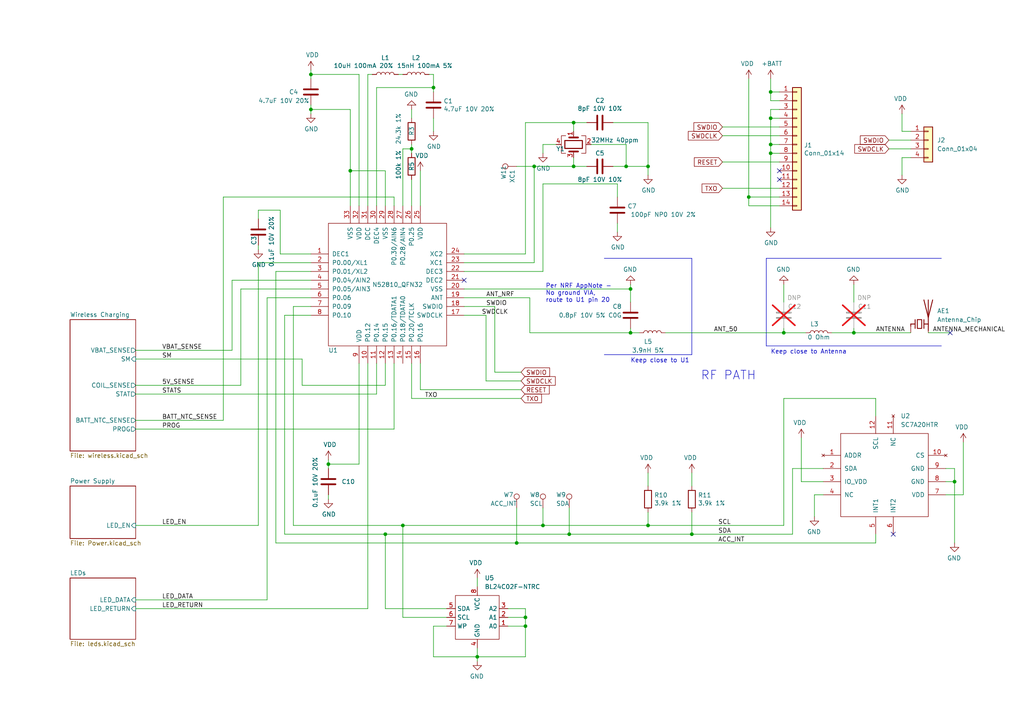
<source format=kicad_sch>
(kicad_sch (version 20250114) (generator "eeschema") (generator_version "9.0")
  (paper "A4")
  (title_block (title "Pixels D00 Schematic, Main") (date "2025-10-12") (rev "3") (company "Systemic Games, LLC") (comment 1 "Main MCU, Accelerometer and Radio"))
  (lib_symbols
    (symbol "Connector_Generic:Conn_01x04" (pin_names (offset 1.016) (hide yes))
      (property "Reference" "J" (at 0 5.08 0))
      (property "Value" "Conn_01x04" (at 0 -7.62 0))
      (symbol "Conn_01x04_1_1"
        (rectangle (start -1.27 3.81) (end 1.27 -6.35) (stroke (width 0.254)) (fill (type background)))
        (rectangle (start -1.27 2.667) (end 0 2.413) (stroke (width 0.1524)))
        (rectangle (start -1.27 0.127) (end 0 -0.127) (stroke (width 0.1524)))
        (rectangle (start -1.27 -2.413) (end 0 -2.667) (stroke (width 0.1524)))
        (rectangle (start -1.27 -4.953) (end 0 -5.207) (stroke (width 0.1524)))
        (pin passive line (at -5.08 2.54 0) (length 3.81) (name "Pin_1") (number "1"))
        (pin passive line (at -5.08 0 0) (length 3.81) (name "Pin_2") (number "2"))
        (pin passive line (at -5.08 -2.54 0) (length 3.81) (name "Pin_3") (number "3"))
        (pin passive line (at -5.08 -5.08 0) (length 3.81) (name "Pin_4") (number "4"))
      )
    )
    (symbol "Connector_Generic:Conn_01x14" (pin_names (offset 1.016) (hide yes))
      (property "Reference" "J" (at 0 17.78 0))
      (property "Value" "Conn_01x14" (at 0 -20.32 0))
      (symbol "Conn_01x14_1_1"
        (rectangle (start -1.27 16.51) (end 1.27 -19.05) (stroke (width 0.254)) (fill (type background)))
        (rectangle (start -1.27 15.367) (end 0 15.113) (stroke (width 0.1524)))
        (rectangle (start -1.27 12.827) (end 0 12.573) (stroke (width 0.1524)))
        (rectangle (start -1.27 10.287) (end 0 10.033) (stroke (width 0.1524)))
        (rectangle (start -1.27 7.747) (end 0 7.493) (stroke (width 0.1524)))
        (rectangle (start -1.27 5.207) (end 0 4.953) (stroke (width 0.1524)))
        (rectangle (start -1.27 2.667) (end 0 2.413) (stroke (width 0.1524)))
        (rectangle (start -1.27 0.127) (end 0 -0.127) (stroke (width 0.1524)))
        (rectangle (start -1.27 -2.413) (end 0 -2.667) (stroke (width 0.1524)))
        (rectangle (start -1.27 -4.953) (end 0 -5.207) (stroke (width 0.1524)))
        (rectangle (start -1.27 -7.493) (end 0 -7.747) (stroke (width 0.1524)))
        (rectangle (start -1.27 -10.033) (end 0 -10.287) (stroke (width 0.1524)))
        (rectangle (start -1.27 -12.573) (end 0 -12.827) (stroke (width 0.1524)))
        (rectangle (start -1.27 -15.113) (end 0 -15.367) (stroke (width 0.1524)))
        (rectangle (start -1.27 -17.653) (end 0 -17.907) (stroke (width 0.1524)))
        (pin passive line (at -5.08 15.24 0) (length 3.81) (name "Pin_1") (number "1"))
        (pin passive line (at -5.08 12.7 0) (length 3.81) (name "Pin_2") (number "2"))
        (pin passive line (at -5.08 10.16 0) (length 3.81) (name "Pin_3") (number "3"))
        (pin passive line (at -5.08 7.62 0) (length 3.81) (name "Pin_4") (number "4"))
        (pin passive line (at -5.08 5.08 0) (length 3.81) (name "Pin_5") (number "5"))
        (pin passive line (at -5.08 2.54 0) (length 3.81) (name "Pin_6") (number "6"))
        (pin passive line (at -5.08 0 0) (length 3.81) (name "Pin_7") (number "7"))
        (pin passive line (at -5.08 -2.54 0) (length 3.81) (name "Pin_8") (number "8"))
        (pin passive line (at -5.08 -5.08 0) (length 3.81) (name "Pin_9") (number "9"))
        (pin passive line (at -5.08 -7.62 0) (length 3.81) (name "Pin_10") (number "10"))
        (pin passive line (at -5.08 -10.16 0) (length 3.81) (name "Pin_11") (number "11"))
        (pin passive line (at -5.08 -12.7 0) (length 3.81) (name "Pin_12") (number "12"))
        (pin passive line (at -5.08 -15.24 0) (length 3.81) (name "Pin_13") (number "13"))
        (pin passive line (at -5.08 -17.78 0) (length 3.81) (name "Pin_14") (number "14"))
      )
    )
    (symbol "Device:Antenna_Chip" (pin_numbers (hide yes)) (pin_names (offset 1.016) (hide yes))
      (property "Reference" "AE" (at 0 5.08 0))
      (property "Value" "Antenna_Chip" (at 0 3.175 0))
      (symbol "Antenna_Chip_0_1"
        (polyline (pts (xy -2.54 0) (xy -2.54 -0.635)) (stroke (width 0.254)))
        (polyline (pts (xy -2.54 0) (xy -1.27 0)) (stroke (width 0.254)))
        (polyline (pts (xy -1.27 1.27) (xy -1.27 -1.27) (xy -1.27 0)) (stroke (width 0.254)))
        (polyline (pts (xy -0.635 1.27) (xy 0.635 1.27) (xy 0.635 -1.27) (xy -0.635 -1.27) (xy -0.635 1.27)) (stroke (width 0.254)))
        (polyline (pts (xy 1.27 1.27) (xy 1.27 -1.27)) (stroke (width 0.254)))
        (polyline (pts (xy 1.27 0) (xy 2.54 0)) (stroke (width 0.254)))
        (polyline (pts (xy 2.54 6.985) (xy 2.54 -1.905)) (stroke (width 0.254)))
        (polyline (pts (xy 2.54 -0.635) (xy 2.54 0)))
        (polyline (pts (xy 3.81 6.985) (xy 2.54 1.905) (xy 1.27 6.985)) (stroke (width 0.254)))
      )
      (symbol "Antenna_Chip_1_1"
        (pin input line (at -2.54 -2.54 90) (length 2.54) (name "FEED") (number "1"))
        (pin passive line (at 2.54 -2.54 90) (length 2.54) (name "PCB_Trace") (number "2"))
      )
    )
    (symbol "Device:C" (pin_numbers (hide yes)) (pin_names (offset 0.254))
      (property "Reference" "C" (at 0.635 2.54 0))
      (property "Value" "C" (at 0.635 -2.54 0))
      (symbol "C_0_1"
        (polyline (pts (xy -2.032 0.762) (xy 2.032 0.762)) (stroke (width 0.508)))
        (polyline (pts (xy -2.032 -0.762) (xy 2.032 -0.762)) (stroke (width 0.508)))
      )
      (symbol "C_1_1"
        (pin passive line (at 0 3.81 270) (length 2.794) (name "~") (number "1"))
        (pin passive line (at 0 -3.81 90) (length 2.794) (name "~") (number "2"))
      )
    )
    (symbol "Device:Crystal_GND24" (pin_names (offset 1.016) (hide yes))
      (property "Reference" "Y" (at 3.175 5.08 0))
      (property "Value" "Crystal_GND24" (at 3.175 3.175 0))
      (symbol "Crystal_GND24_0_1"
        (polyline (pts (xy -2.54 2.286) (xy -2.54 3.556) (xy 2.54 3.556) (xy 2.54 2.286)))
        (polyline (pts (xy -2.54 0) (xy -2.032 0)))
        (polyline (pts (xy -2.54 -2.286) (xy -2.54 -3.556) (xy 2.54 -3.556) (xy 2.54 -2.286)))
        (polyline (pts (xy -2.032 -1.27) (xy -2.032 1.27)) (stroke (width 0.508)))
        (rectangle (start -1.143 2.54) (end 1.143 -2.54) (stroke (width 0.3048)))
        (polyline (pts (xy 0 3.556) (xy 0 3.81)))
        (polyline (pts (xy 0 -3.81) (xy 0 -3.556)))
        (polyline (pts (xy 2.032 0) (xy 2.54 0)))
        (polyline (pts (xy 2.032 -1.27) (xy 2.032 1.27)) (stroke (width 0.508)))
      )
      (symbol "Crystal_GND24_1_1"
        (pin passive line (at -3.81 0 0) (length 1.27) (name "1") (number "1"))
        (pin passive line (at 0 5.08 270) (length 1.27) (name "2") (number "2"))
        (pin passive line (at 0 -5.08 90) (length 1.27) (name "4") (number "4"))
        (pin passive line (at 3.81 0 180) (length 1.27) (name "3") (number "3"))
      )
    )
    (symbol "Device:L" (pin_numbers (hide yes)) (pin_names (offset 1.016) (hide yes))
      (property "Reference" "L" (at -1.27 0 90))
      (property "Value" "L" (at 1.905 0 90))
      (symbol "L_0_1"
        (arc (start 0 2.54) (mid 0.6323 1.905) (end 0 1.27))
        (arc (start 0 1.27) (mid 0.6323 0.635) (end 0 0))
        (arc (start 0 0) (mid 0.6323 -0.635) (end 0 -1.27))
        (arc (start 0 -1.27) (mid 0.6323 -1.905) (end 0 -2.54))
      )
      (symbol "L_1_1"
        (pin passive line (at 0 3.81 270) (length 1.27) (name "1") (number "1"))
        (pin passive line (at 0 -3.81 90) (length 1.27) (name "2") (number "2"))
      )
    )
    (symbol "Device:R" (pin_numbers (hide yes)) (pin_names (offset 0))
      (property "Reference" "R" (at 2.032 0 90))
      (property "Value" "R" (at 0 0 90))
      (symbol "R_0_1"
        (rectangle (start -1.016 -2.54) (end 1.016 2.54) (stroke (width 0.254)))
      )
      (symbol "R_1_1"
        (pin passive line (at 0 3.81 270) (length 1.27) (name "~") (number "1"))
        (pin passive line (at 0 -3.81 90) (length 1.27) (name "~") (number "2"))
      )
    )
    (symbol "Pixels-dice:BL24C02F-NTRC"
      (property "Reference" "U" (at 2.286 -11.176 0))
      (property "Value" "BL24C02F-NTRC" (at 9.398 -9.144 0))
      (symbol "BL24C02F-NTRC_0_1"
        (rectangle (start -6.35 6.35) (end 6.35 -6.35))
      )
      (symbol "BL24C02F-NTRC_1_1"
        (pin bidirectional line (at -8.89 2.54 0) (length 2.54) (name "SDA") (number "5"))
        (pin input line (at -8.89 0 0) (length 2.54) (name "SCL") (number "6"))
        (pin input line (at -8.89 -2.54 0) (length 2.54) (name "WP") (number "7"))
        (pin power_in line (at 0 8.89 270) (length 2.54) (name "VCC") (number "8"))
        (pin power_in line (at 0 -8.89 90) (length 2.54) (name "GND") (number "4"))
        (pin input line (at 8.89 2.54 180) (length 2.54) (name "A2") (number "3"))
        (pin input line (at 8.89 0 180) (length 2.54) (name "A1") (number "2"))
        (pin input line (at 8.89 -2.54 180) (length 2.54) (name "A0") (number "1"))
      )
    )
    (symbol "Pixels-dice:N52810_QFN32" (pin_names (offset 1.016))
      (property "Reference" "U" (at 13.97 -19.05 0))
      (property "Value" "N52810_QFN32" (at 2.54 0 0))
      (symbol "N52810_QFN32_0_1"
        (rectangle (start -17.78 17.78) (end 16.51 -17.78))
      )
      (symbol "N52810_QFN32_1_1"
        (pin power_out line (at -22.86 8.89 0) (length 5.08) (name "DEC1") (number "1"))
        (pin bidirectional line (at -22.86 6.35 0) (length 5.08) (name "P0.00/XL1") (number "2"))
        (pin bidirectional line (at -22.86 3.81 0) (length 5.08) (name "P0.01/XL2") (number "3"))
        (pin bidirectional line (at -22.86 1.27 0) (length 5.08) (name "P0.04/AIN2") (number "4"))
        (pin bidirectional line (at -22.86 -1.27 0) (length 5.08) (name "P0.05/AIN3") (number "5"))
        (pin bidirectional line (at -22.86 -3.81 0) (length 5.08) (name "P0.06") (number "6"))
        (pin bidirectional line (at -22.86 -6.35 0) (length 5.08) (name "P0.09") (number "7"))
        (pin bidirectional line (at -22.86 -8.89 0) (length 5.08) (name "P0.10") (number "8"))
        (pin power_in line (at -11.43 22.86 270) (length 5.08) (name "VSS") (number "33"))
        (pin power_in line (at -8.89 22.86 270) (length 5.08) (name "VDD") (number "32"))
        (pin power_in line (at -8.89 -22.86 90) (length 5.08) (name "VDD") (number "9"))
        (pin output line (at -6.35 22.86 270) (length 5.08) (name "DCC") (number "31"))
        (pin bidirectional line (at -6.35 -22.86 90) (length 5.08) (name "P0.12") (number "10"))
        (pin output line (at -3.81 22.86 270) (length 5.08) (name "DEC4") (number "30"))
        (pin bidirectional line (at -3.81 -22.86 90) (length 5.08) (name "P0.14") (number "11"))
        (pin power_in line (at -1.27 22.86 270) (length 5.08) (name "VSS") (number "29"))
        (pin bidirectional line (at -1.27 -22.86 90) (length 5.08) (name "P0.15") (number "12"))
        (pin bidirectional line (at 1.27 22.86 270) (length 5.08) (name "P0.30/AIN6") (number "28"))
        (pin bidirectional line (at 1.27 -22.86 90) (length 5.08) (name "P0.16/TDATA1") (number "13"))
        (pin bidirectional line (at 3.81 22.86 270) (length 5.08) (name "P0.28/AIN4") (number "27"))
        (pin bidirectional line (at 3.81 -22.86 90) (length 5.08) (name "P0.18/TDATA0") (number "14"))
        (pin bidirectional line (at 6.35 22.86 270) (length 5.08) (name "P0.25") (number "26"))
        (pin bidirectional line (at 6.35 -22.86 90) (length 5.08) (name "P0.20/TCLK") (number "15"))
        (pin power_in line (at 8.89 22.86 270) (length 5.08) (name "VDD") (number "25"))
        (pin bidirectional line (at 8.89 -22.86 90) (length 5.08) (name "P0.16") (number "16"))
        (pin input line (at 21.59 8.89 180) (length 5.08) (name "XC2") (number "24"))
        (pin output line (at 21.59 6.35 180) (length 5.08) (name "XC1") (number "23"))
        (pin output line (at 21.59 3.81 180) (length 5.08) (name "DEC3") (number "22"))
        (pin output line (at 21.59 1.27 180) (length 5.08) (name "DEC2") (number "21"))
        (pin output line (at 21.59 -1.27 180) (length 5.08) (name "VSS") (number "20"))
        (pin output line (at 21.59 -3.81 180) (length 5.08) (name "ANT") (number "19"))
        (pin bidirectional line (at 21.59 -6.35 180) (length 5.08) (name "SWDIO") (number "18"))
        (pin bidirectional line (at 21.59 -8.89 180) (length 5.08) (name "SWDCLK") (number "17"))
      )
    )
    (symbol "Pixels-dice:SC7A20HTR" (pin_names (offset 1.016))
      (property "Reference" "U" (at 10.16 -12.7 0))
      (property "Value" "SC7A20HTR" (at 8.89 13.97 0))
      (symbol "SC7A20HTR_0_1"
        (rectangle (start -12.7 12.7) (end 12.7 -11.43))
      )
      (symbol "SC7A20HTR_1_1"
        (pin no_connect line (at -17.78 6.35 0) (length 5.08) (name "ADDR") (number "1"))
        (pin bidirectional line (at -17.78 2.54 0) (length 5.08) (name "SDA") (number "2"))
        (pin power_in line (at -17.78 -1.27 0) (length 5.08) (name "IO_VDD") (number "3"))
        (pin input line (at -17.78 -5.08 0) (length 5.08) (name "NC") (number "4"))
        (pin input line (at -2.54 17.78 270) (length 5.08) (name "SCL") (number "12"))
        (pin output line (at -2.54 -16.51 90) (length 5.08) (name "INT1") (number "5"))
        (pin no_connect line (at 2.54 17.78 270) (length 5.08) (name "NC") (number "11"))
        (pin output line (at 2.54 -16.51 90) (length 5.08) (name "INT2") (number "6"))
        (pin no_connect line (at 17.78 6.35 180) (length 5.08) (name "CS") (number "10"))
        (pin power_in line (at 17.78 2.54 180) (length 5.08) (name "GND") (number "9"))
        (pin power_in line (at 17.78 -1.27 180) (length 5.08) (name "GND") (number "8"))
        (pin power_in line (at 17.78 -5.08 180) (length 5.08) (name "VDD") (number "7"))
      )
    )
    (symbol "Pixels-dice:TEST_1P-conn" (pin_numbers (hide yes)) (pin_names (offset 0.762) (hide yes))
      (property "Reference" "W" (at 0 6.858 0))
      (property "Value" "TEST_1P-conn" (at 0 5.08 0))
      (symbol "TEST_1P-conn_0_1"
        (circle (center 0 3.302) (radius 0.762))
      )
      (symbol "TEST_1P-conn_1_1"
        (pin passive line (at 0 0 90) (length 2.54) (name "1") (number "1"))
      )
    )
    (symbol "power:+BATT" (power) (pin_names (offset 0))
      (property "Value" "+BATT" (at 0 3.556 0))
      (symbol "+BATT_0_1"
        (polyline (pts (xy -0.762 1.27) (xy 0 2.54)))
        (polyline (pts (xy 0 2.54) (xy 0.762 1.27)))
        (polyline (pts (xy 0 0) (xy 0 2.54)))
      )
      (symbol "+BATT_1_1"
        (pin power_in line (at 0 0 90) (length 0) (hide yes) (name "+BATT") (number "1"))
      )
    )
    (symbol "power:GND" (power) (pin_names (offset 0))
      (property "Value" "GND" (at 0 -3.81 0))
      (symbol "GND_0_1"
        (polyline (pts (xy 0 0) (xy 0 -1.27) (xy 1.27 -1.27) (xy 0 -2.54) (xy -1.27 -1.27) (xy 0 -1.27)))
      )
      (symbol "GND_1_1"
        (pin power_in line (at 0 0 270) (length 0) (hide yes) (name "GND") (number "1"))
      )
    )
    (symbol "power:VDD" (power) (pin_names (offset 0))
      (property "Value" "VDD" (at 0 3.81 0))
      (symbol "VDD_0_1"
        (polyline (pts (xy -0.762 1.27) (xy 0 2.54)))
        (polyline (pts (xy 0 2.54) (xy 0.762 1.27)))
        (polyline (pts (xy 0 0) (xy 0 2.54)))
      )
      (symbol "VDD_1_1"
        (pin power_in line (at 0 0 90) (length 0) (hide yes) (name "VDD") (number "1"))
      )
    )
  )
  (text "Per NRF AppNote -\nNo ground VIA,\nroute to U1 pin 20" (at 158.242 87.884 0) (effects (font (size 1.27 1.27)) (justify left bottom)))
  (text "RF PATH" (at 203.2 110.49 0) (effects (font (size 2.54 2.54)) (justify left bottom)))
  (text "Keep close to Antenna" (at 223.52 102.87 0) (effects (font (size 1.27 1.27)) (justify left bottom)))
  (text "Keep close to U1" (at 182.88 105.41 0) (effects (font (size 1.27 1.27)) (justify left bottom)))
  (junction (at 138.43 190.5))
  (junction (at 101.6 49.53))
  (junction (at 119.38 43.18))
  (junction (at 181.61 48.26))
  (junction (at 116.84 152.4))
  (junction (at 111.76 154.94))
  (junction (at 187.96 152.4))
  (junction (at 166.37 48.26))
  (junction (at 223.52 41.91))
  (junction (at 149.86 157.48))
  (junction (at 223.52 26.67))
  (junction (at 165.1 154.94))
  (junction (at 200.66 154.94))
  (junction (at 182.88 96.52))
  (junction (at 227.33 96.52))
  (junction (at 125.73 25.4))
  (junction (at 182.88 83.82))
  (junction (at 152.4 181.61))
  (junction (at 90.17 21.59))
  (junction (at 223.52 34.29))
  (junction (at 95.25 134.62))
  (junction (at 247.65 96.52))
  (junction (at 187.96 48.26))
  (junction (at 217.17 57.15))
  (junction (at 157.48 152.4))
  (junction (at 90.17 31.75))
  (junction (at 152.4 179.07))
  (junction (at 223.52 44.45))
  (junction (at 276.86 139.7))
  (junction (at 154.94 48.26))
  (junction (at 166.37 35.56))
  (no_connect (at 275.59 96.52))
  (no_connect (at 226.06 49.53))
  (no_connect (at 259.08 154.94))
  (no_connect (at 226.06 52.07))
  (no_connect (at 134.62 81.28))
  (wire (pts (xy 101.6 31.75) (xy 90.17 31.75)))
  (wire (pts (xy 101.6 59.69) (xy 101.6 49.53)))
  (wire (pts (xy 125.73 190.5) (xy 138.43 190.5)))
  (wire (pts (xy 209.55 46.99) (xy 226.06 46.99)))
  (wire (pts (xy 149.86 147.32) (xy 149.86 157.48)))
  (wire (pts (xy 181.61 41.91) (xy 181.61 48.26)))
  (wire (pts (xy 149.86 48.26) (xy 154.94 48.26)))
  (wire (pts (xy 154.94 76.2) (xy 154.94 48.26)))
  (wire (pts (xy 90.17 20.32) (xy 90.17 21.59)))
  (wire (pts (xy 152.4 181.61) (xy 152.4 190.5)))
  (wire (pts (xy 177.8 48.26) (xy 181.61 48.26)))
  (wire (pts (xy 140.97 110.49) (xy 151.13 110.49)))
  (wire (pts (xy 223.52 22.86) (xy 223.52 26.67)))
  (wire (pts (xy 39.37 104.14) (xy 87.63 104.14)))
  (wire (pts (xy 223.52 31.75) (xy 223.52 34.29)))
  (polyline (pts (xy 222.25 74.93) (xy 222.25 100.33)))
  (wire (pts (xy 134.62 73.66) (xy 152.4 73.66)))
  (wire (pts (xy 187.96 35.56) (xy 187.96 48.26)))
  (wire (pts (xy 39.37 173.99) (xy 77.47 173.99)))
  (wire (pts (xy 166.37 35.56) (xy 170.18 35.56)))
  (wire (pts (xy 119.38 43.18) (xy 119.38 44.45)))
  (wire (pts (xy 217.17 57.15) (xy 217.17 59.69)))
  (wire (pts (xy 82.55 154.94) (xy 111.76 154.94)))
  (wire (pts (xy 226.06 57.15) (xy 217.17 57.15)))
  (wire (pts (xy 39.37 114.3) (xy 109.22 114.3)))
  (polyline (pts (xy 222.25 100.33) (xy 273.05 100.33)))
  (wire (pts (xy 134.62 86.36) (xy 153.67 86.36)))
  (wire (pts (xy 152.4 179.07) (xy 152.4 181.61)))
  (wire (pts (xy 116.84 152.4) (xy 116.84 179.07)))
  (wire (pts (xy 223.52 26.67) (xy 223.52 29.21)))
  (wire (pts (xy 223.52 26.67) (xy 226.06 26.67)))
  (wire (pts (xy 226.06 44.45) (xy 223.52 44.45)))
  (wire (pts (xy 125.73 34.29) (xy 125.73 38.1)))
  (wire (pts (xy 39.37 111.76) (xy 69.85 111.76)))
  (wire (pts (xy 107.95 21.59) (xy 106.68 21.59)))
  (wire (pts (xy 95.25 134.62) (xy 95.25 135.89)))
  (wire (pts (xy 182.88 95.25) (xy 182.88 96.52)))
  (wire (pts (xy 134.62 83.82) (xy 182.88 83.82)))
  (wire (pts (xy 95.25 134.62) (xy 104.14 134.62)))
  (wire (pts (xy 149.86 157.48) (xy 254 157.48)))
  (wire (pts (xy 121.92 113.03) (xy 151.13 113.03)))
  (wire (pts (xy 119.38 31.75) (xy 119.38 34.29)))
  (wire (pts (xy 152.4 73.66) (xy 152.4 35.56)))
  (wire (pts (xy 111.76 111.76) (xy 111.76 105.41)))
  (wire (pts (xy 134.62 88.9) (xy 143.51 88.9)))
  (wire (pts (xy 226.06 34.29) (xy 223.52 34.29)))
  (wire (pts (xy 153.67 96.52) (xy 182.88 96.52)))
  (wire (pts (xy 254 115.57) (xy 227.33 115.57)))
  (wire (pts (xy 209.55 54.61) (xy 226.06 54.61)))
  (wire (pts (xy 95.25 134.62) (xy 95.25 133.35)))
  (wire (pts (xy 143.51 107.95) (xy 151.13 107.95)))
  (wire (pts (xy 254 120.65) (xy 254 115.57)))
  (wire (pts (xy 147.32 176.53) (xy 152.4 176.53)))
  (wire (pts (xy 161.29 41.91) (xy 157.48 41.91)))
  (wire (pts (xy 257.81 43.18) (xy 264.16 43.18)))
  (wire (pts (xy 90.17 21.59) (xy 90.17 22.86)))
  (wire (pts (xy 67.31 81.28) (xy 67.31 101.6)))
  (wire (pts (xy 236.22 143.51) (xy 236.22 149.86)))
  (wire (pts (xy 121.92 49.53) (xy 121.92 59.69)))
  (wire (pts (xy 125.73 25.4) (xy 125.73 26.67)))
  (wire (pts (xy 274.32 139.7) (xy 276.86 139.7)))
  (wire (pts (xy 209.55 39.37) (xy 226.06 39.37)))
  (wire (pts (xy 152.4 190.5) (xy 138.43 190.5)))
  (wire (pts (xy 125.73 181.61) (xy 125.73 190.5)))
  (wire (pts (xy 124.46 21.59) (xy 125.73 21.59)))
  (wire (pts (xy 125.73 25.4) (xy 109.22 25.4)))
  (wire (pts (xy 165.1 154.94) (xy 200.66 154.94)))
  (wire (pts (xy 106.68 176.53) (xy 106.68 105.41)))
  (wire (pts (xy 116.84 43.18) (xy 119.38 43.18)))
  (wire (pts (xy 193.04 96.52) (xy 227.33 96.52)))
  (wire (pts (xy 177.8 35.56) (xy 187.96 35.56)))
  (wire (pts (xy 200.66 148.59) (xy 200.66 154.94)))
  (wire (pts (xy 39.37 124.46) (xy 114.3 124.46)))
  (polyline (pts (xy 175.26 102.87) (xy 200.66 102.87)))
  (wire (pts (xy 134.62 78.74) (xy 157.48 78.74)))
  (wire (pts (xy 152.4 176.53) (xy 152.4 179.07)))
  (wire (pts (xy 279.4 143.51) (xy 274.32 143.51)))
  (wire (pts (xy 154.94 48.26) (xy 166.37 48.26)))
  (wire (pts (xy 247.65 82.55) (xy 247.65 87.63)))
  (wire (pts (xy 116.84 59.69) (xy 116.84 43.18)))
  (wire (pts (xy 187.96 148.59) (xy 187.96 152.4)))
  (wire (pts (xy 109.22 105.41) (xy 109.22 114.3)))
  (wire (pts (xy 147.32 181.61) (xy 152.4 181.61)))
  (wire (pts (xy 209.55 36.83) (xy 226.06 36.83)))
  (wire (pts (xy 227.33 96.52) (xy 233.68 96.52)))
  (wire (pts (xy 238.76 135.89) (xy 229.87 135.89)))
  (wire (pts (xy 254 154.94) (xy 254 157.48)))
  (wire (pts (xy 138.43 167.64) (xy 138.43 170.18)))
  (polyline (pts (xy 200.66 74.93) (xy 200.66 102.87)))
  (wire (pts (xy 119.38 105.41) (xy 119.38 115.57)))
  (wire (pts (xy 166.37 48.26) (xy 170.18 48.26)))
  (wire (pts (xy 182.88 82.55) (xy 182.88 83.82)))
  (wire (pts (xy 179.07 53.34) (xy 179.07 57.15)))
  (wire (pts (xy 261.62 33.02) (xy 261.62 38.1)))
  (wire (pts (xy 95.25 143.51) (xy 95.25 144.78)))
  (wire (pts (xy 90.17 31.75) (xy 90.17 33.02)))
  (wire (pts (xy 69.85 83.82) (xy 90.17 83.82)))
  (wire (pts (xy 200.66 137.16) (xy 200.66 140.97)))
  (wire (pts (xy 157.48 152.4) (xy 187.96 152.4)))
  (wire (pts (xy 138.43 190.5) (xy 138.43 191.77)))
  (wire (pts (xy 134.62 76.2) (xy 154.94 76.2)))
  (wire (pts (xy 64.77 57.15) (xy 64.77 121.92)))
  (wire (pts (xy 152.4 35.56) (xy 166.37 35.56)))
  (wire (pts (xy 69.85 83.82) (xy 69.85 111.76)))
  (wire (pts (xy 90.17 76.2) (xy 74.93 76.2)))
  (wire (pts (xy 39.37 121.92) (xy 64.77 121.92)))
  (wire (pts (xy 87.63 104.14) (xy 87.63 111.76)))
  (wire (pts (xy 119.38 41.91) (xy 119.38 43.18)))
  (wire (pts (xy 125.73 21.59) (xy 125.73 25.4)))
  (wire (pts (xy 200.66 154.94) (xy 229.87 154.94)))
  (wire (pts (xy 241.3 96.52) (xy 247.65 96.52)))
  (wire (pts (xy 238.76 143.51) (xy 236.22 143.51)))
  (wire (pts (xy 217.17 22.86) (xy 217.17 57.15)))
  (wire (pts (xy 80.01 78.74) (xy 80.01 157.48)))
  (wire (pts (xy 238.76 139.7) (xy 232.41 139.7)))
  (wire (pts (xy 87.63 111.76) (xy 111.76 111.76)))
  (wire (pts (xy 77.47 86.36) (xy 77.47 173.99)))
  (wire (pts (xy 85.09 88.9) (xy 85.09 152.4)))
  (wire (pts (xy 276.86 139.7) (xy 276.86 157.48)))
  (wire (pts (xy 90.17 73.66) (xy 81.28 73.66)))
  (wire (pts (xy 227.33 82.55) (xy 227.33 87.63)))
  (wire (pts (xy 232.41 127) (xy 232.41 139.7)))
  (wire (pts (xy 104.14 21.59) (xy 90.17 21.59)))
  (wire (pts (xy 261.62 38.1) (xy 264.16 38.1)))
  (wire (pts (xy 140.97 91.44) (xy 140.97 110.49)))
  (wire (pts (xy 101.6 49.53) (xy 101.6 31.75)))
  (wire (pts (xy 223.52 44.45) (xy 223.52 66.04)))
  (wire (pts (xy 171.45 41.91) (xy 181.61 41.91)))
  (polyline (pts (xy 175.26 74.93) (xy 200.66 74.93)))
  (wire (pts (xy 229.87 135.89) (xy 229.87 154.94)))
  (wire (pts (xy 276.86 135.89) (xy 276.86 139.7)))
  (wire (pts (xy 111.76 154.94) (xy 111.76 176.53)))
  (wire (pts (xy 226.06 41.91) (xy 223.52 41.91)))
  (wire (pts (xy 121.92 113.03) (xy 121.92 105.41)))
  (wire (pts (xy 153.67 86.36) (xy 153.67 96.52)))
  (polyline (pts (xy 222.25 74.93) (xy 273.05 74.93)))
  (wire (pts (xy 134.62 91.44) (xy 140.97 91.44)))
  (wire (pts (xy 165.1 147.32) (xy 165.1 154.94)))
  (wire (pts (xy 67.31 81.28) (xy 90.17 81.28)))
  (wire (pts (xy 274.32 135.89) (xy 276.86 135.89)))
  (wire (pts (xy 74.93 71.12) (xy 74.93 72.39)))
  (wire (pts (xy 111.76 176.53) (xy 129.54 176.53)))
  (wire (pts (xy 111.76 59.69) (xy 111.76 49.53)))
  (wire (pts (xy 106.68 21.59) (xy 106.68 59.69)))
  (wire (pts (xy 85.09 88.9) (xy 90.17 88.9)))
  (wire (pts (xy 111.76 49.53) (xy 101.6 49.53)))
  (wire (pts (xy 223.52 41.91) (xy 223.52 44.45)))
  (wire (pts (xy 114.3 57.15) (xy 114.3 59.69)))
  (wire (pts (xy 138.43 187.96) (xy 138.43 190.5)))
  (wire (pts (xy 119.38 115.57) (xy 151.13 115.57)))
  (wire (pts (xy 157.48 147.32) (xy 157.48 152.4)))
  (wire (pts (xy 81.28 60.96) (xy 74.93 60.96)))
  (wire (pts (xy 39.37 176.53) (xy 106.68 176.53)))
  (wire (pts (xy 116.84 152.4) (xy 157.48 152.4)))
  (wire (pts (xy 187.96 137.16) (xy 187.96 140.97)))
  (wire (pts (xy 261.62 45.72) (xy 261.62 50.8)))
  (wire (pts (xy 143.51 88.9) (xy 143.51 107.95)))
  (wire (pts (xy 80.01 78.74) (xy 90.17 78.74)))
  (wire (pts (xy 129.54 179.07) (xy 116.84 179.07)))
  (wire (pts (xy 90.17 30.48) (xy 90.17 31.75)))
  (wire (pts (xy 279.4 128.27) (xy 279.4 143.51)))
  (wire (pts (xy 157.48 53.34) (xy 157.48 78.74)))
  (wire (pts (xy 109.22 25.4) (xy 109.22 59.69)))
  (wire (pts (xy 181.61 48.26) (xy 187.96 48.26)))
  (wire (pts (xy 247.65 96.52) (xy 264.16 96.52)))
  (wire (pts (xy 147.32 179.07) (xy 152.4 179.07)))
  (wire (pts (xy 114.3 124.46) (xy 114.3 105.41)))
  (wire (pts (xy 39.37 152.4) (xy 74.93 152.4)))
  (wire (pts (xy 223.52 31.75) (xy 226.06 31.75)))
  (wire (pts (xy 74.93 76.2) (xy 74.93 152.4)))
  (wire (pts (xy 187.96 152.4) (xy 227.33 152.4)))
  (wire (pts (xy 182.88 83.82) (xy 182.88 87.63)))
  (wire (pts (xy 179.07 64.77) (xy 179.07 67.31)))
  (wire (pts (xy 223.52 34.29) (xy 223.52 41.91)))
  (wire (pts (xy 157.48 41.91) (xy 157.48 44.45)))
  (wire (pts (xy 80.01 157.48) (xy 149.86 157.48)))
  (wire (pts (xy 115.57 21.59) (xy 116.84 21.59)))
  (wire (pts (xy 261.62 45.72) (xy 264.16 45.72)))
  (wire (pts (xy 187.96 48.26) (xy 187.96 50.8)))
  (wire (pts (xy 166.37 45.72) (xy 166.37 48.26)))
  (wire (pts (xy 111.76 154.94) (xy 165.1 154.94)))
  (wire (pts (xy 166.37 38.1) (xy 166.37 35.56)))
  (wire (pts (xy 64.77 57.15) (xy 114.3 57.15)))
  (wire (pts (xy 179.07 53.34) (xy 157.48 53.34)))
  (wire (pts (xy 247.65 95.25) (xy 247.65 96.52)))
  (wire (pts (xy 269.24 96.52) (xy 275.59 96.52)))
  (wire (pts (xy 82.55 91.44) (xy 90.17 91.44)))
  (wire (pts (xy 81.28 60.96) (xy 81.28 73.66)))
  (wire (pts (xy 182.88 96.52) (xy 185.42 96.52)))
  (wire (pts (xy 119.38 52.07) (xy 119.38 59.69)))
  (wire (pts (xy 74.93 60.96) (xy 74.93 63.5)))
  (wire (pts (xy 104.14 21.59) (xy 104.14 59.69)))
  (wire (pts (xy 85.09 152.4) (xy 116.84 152.4)))
  (wire (pts (xy 129.54 181.61) (xy 125.73 181.61)))
  (wire (pts (xy 77.47 86.36) (xy 90.17 86.36)))
  (wire (pts (xy 227.33 115.57) (xy 227.33 152.4)))
  (wire (pts (xy 82.55 91.44) (xy 82.55 154.94)))
  (wire (pts (xy 217.17 59.69) (xy 226.06 59.69)))
  (wire (pts (xy 104.14 105.41) (xy 104.14 134.62)))
  (wire (pts (xy 223.52 29.21) (xy 226.06 29.21)))
  (wire (pts (xy 257.81 40.64) (xy 264.16 40.64)))
  (wire (pts (xy 227.33 95.25) (xy 227.33 96.52)))
  (wire (pts (xy 39.37 101.6) (xy 67.31 101.6)))
  (label "ANTENNA_MECHANICAL" (at 270.51 96.52 0))
  (label "PROG" (at 46.99 124.46 0))
  (label "ACC_INT" (at 208.28 157.48 0))
  (label "ANT_50" (at 207.01 96.52 0))
  (label "TXO" (at 123.19 115.57 0))
  (label "SWDCLK" (at 139.7 91.44 0))
  (label "VBAT_SENSE" (at 46.99 101.6 0))
  (label "5V_SENSE" (at 46.99 111.76 0))
  (label "BATT_NTC_SENSE" (at 46.99 121.92 0))
  (label "ANT_NRF" (at 140.97 86.36 0))
  (label "SDA" (at 208.28 154.94 0))
  (label "SM" (at 46.99 104.14 0))
  (label "LED_EN" (at 46.99 152.4 0))
  (label "ANTENNA" (at 254 96.52 0))
  (label "SWDIO" (at 140.97 88.9 0))
  (label "LED_RETURN" (at 46.99 176.53 0))
  (label "LED_DATA" (at 46.99 173.99 0))
  (label "SCL" (at 208.28 152.4 0))
  (label "STATS" (at 46.99 114.3 0))
  (global_label "TXO" (shape input) (at 151.13 115.57 0) (property "Intersheetrefs" "${INTERSHEET_REFS}" (effects (hide yes))))
  (global_label "SWDCLK" (shape input) (at 257.81 43.18 180) (property "Intersheetrefs" "${INTERSHEET_REFS}" (effects (hide yes))))
  (global_label "SWDIO" (shape input) (at 151.13 107.95 0) (property "Intersheetrefs" "${INTERSHEET_REFS}" (effects (hide yes))))
  (global_label "SWDCLK" (shape input) (at 209.55 39.37 180) (property "Intersheetrefs" "${INTERSHEET_REFS}" (effects (hide yes))))
  (global_label "RESET" (shape input) (at 209.55 46.99 180) (property "Intersheetrefs" "${INTERSHEET_REFS}" (effects (hide yes))))
  (global_label "SWDCLK" (shape input) (at 151.13 110.49 0) (property "Intersheetrefs" "${INTERSHEET_REFS}" (effects (hide yes))))
  (global_label "RESET" (shape input) (at 151.13 113.03 0) (property "Intersheetrefs" "${INTERSHEET_REFS}" (effects (hide yes))))
  (global_label "TXO" (shape input) (at 209.55 54.61 180) (property "Intersheetrefs" "${INTERSHEET_REFS}" (effects (hide yes))))
  (global_label "SWDIO" (shape input) (at 209.55 36.83 180) (property "Intersheetrefs" "${INTERSHEET_REFS}" (effects (hide yes))))
  (global_label "SWDIO" (shape input) (at 257.81 40.64 180) (property "Intersheetrefs" "${INTERSHEET_REFS}" (effects (hide yes))))
  (symbol (lib_id "power:GND") (at 95.25 144.78 0) (unit 1)
    (property "Reference" "#PWR016" (effects (hide yes)))
    (property "Value" "GND" (at 95.377 149.1742 0))
  )
  (symbol (lib_id "power:VDD") (at 95.25 133.35 0) (unit 1)
    (property "Reference" "#PWR014" (effects (hide yes)))
    (property "Value" "VDD" (at 95.6818 128.9558 0))
  )
  (symbol (lib_id "Device:C") (at 95.25 139.7 0) (unit 1)
    (property "Reference" "C10" (at 99.06 139.7 0) (effects (justify left)))
    (property "Value" "0.1uF 10V 20%" (at 91.44 147.32 90) (effects (justify left)))
    (property "Footprint" "Capacitor_SMD:C_0201_0603Metric" (effects (hide yes)))
    (property "Generic OK" "YES" (effects (hide yes)))
    (property "Manufacturer" "HRE" (effects (hide yes)))
    (property "Part Number" "CGA0201X5R104K100ET" (effects (hide yes)))
    (property "LCSC Part #" "C6119757" (effects (hide yes)))
  )
  (symbol (lib_id "power:GND") (at 90.17 33.02 0) (unit 1)
    (property "Reference" "#PWR08" (effects (hide yes)))
    (property "Value" "GND" (at 90.297 37.4142 0))
  )
  (symbol (lib_id "power:VDD") (at 90.17 20.32 0) (unit 1)
    (property "Reference" "#PWR01" (effects (hide yes)))
    (property "Value" "VDD" (at 90.6018 15.9258 0))
  )
  (symbol (lib_id "Device:C") (at 90.17 26.67 0) (unit 1)
    (property "Reference" "C4" (at 83.82 26.67 0) (effects (justify left)))
    (property "Value" "4.7uF 10V 20%" (at 74.93 29.21 0) (effects (justify left)))
    (property "Footprint" "Pixels-dice:C_0402_1005Metric" (effects (hide yes)))
    (property "Generic OK" "YES" (effects (hide yes)))
    (property "Manufacturer" "HRE" (effects (hide yes)))
    (property "Part Number" "CGA0402X5R475M100GT" (effects (hide yes)))
    (property "Alternate Manufacturer" "Samsung Electro-Mechanics" (effects (hide yes)))
    (property "Alternate PN" "CL05A475MP5NRNC" (effects (hide yes)))
    (property "Alternate LCSC Part #" "C23733" (effects (hide yes)))
    (property "LCSC Part #" "C1849652" (effects (hide yes)))
  )
  (symbol (lib_id "power:GND") (at 74.93 72.39 0) (unit 1)
    (property "Reference" "#PWR05" (effects (hide yes)))
    (property "Value" "GND" (at 75.057 76.7842 0))
  )
  (symbol (lib_id "Device:C") (at 74.93 67.31 0) (unit 1)
    (property "Reference" "C3" (at 73.66 71.12 90) (effects (justify left)))
    (property "Value" "0.1uF 10V 20%" (at 78.74 77.47 90) (effects (justify left)))
    (property "Footprint" "Capacitor_SMD:C_0201_0603Metric" (effects (hide yes)))
    (property "Generic OK" "YES" (effects (hide yes)))
    (property "Manufacturer" "HRE" (effects (hide yes)))
    (property "Part Number" "CGA0201X5R104K100ET" (effects (hide yes)))
    (property "LCSC Part #" "C6119757" (effects (hide yes)))
  )
  (symbol (lib_id "Device:L") (at 111.76 21.59 90) (unit 1)
    (property "Reference" "L1" (at 111.76 16.764 90))
    (property "Value" "10uH 100mA 20%" (at 105.41 19.05 90))
    (property "Footprint" "Inductor_SMD:L_0603_1608Metric" (effects (hide yes)))
    (property "Generic OK" "YES" (effects (hide yes)))
    (property "Manufacturer" "FH" (effects (hide yes)))
    (property "Part Number" "CMI160808J100KT" (effects (hide yes)))
    (property "LCSC Part #" "C411908" (effects (hide yes)))
  )
  (symbol (lib_id "Device:L") (at 120.65 21.59 90) (unit 1)
    (property "Reference" "L2" (at 120.65 16.764 90))
    (property "Value" "15nH 100mA 5%" (at 123.19 19.05 90))
    (property "Footprint" "Inductor_SMD:L_0201_0603Metric" (effects (hide yes)))
    (property "Generic OK" "YES" (effects (hide yes)))
    (property "Manufacturer" "FH" (effects (hide yes)))
    (property "Part Number" "VHF060303HQ15NKT" (effects (hide yes)))
    (property "LCSC Part #" "C381880" (effects (hide yes)))
  )
  (symbol (lib_id "Device:C") (at 125.73 30.48 0) (unit 1)
    (property "Reference" "C1" (at 128.651 29.3116 0) (effects (justify left)))
    (property "Value" "4.7uF 10V 20%" (at 128.651 31.623 0) (effects (justify left)))
    (property "Footprint" "Pixels-dice:C_0402_1005Metric" (effects (hide yes)))
    (property "Generic OK" "YES" (effects (hide yes)))
    (property "Manufacturer" "HRE" (effects (hide yes)))
    (property "Part Number" "CGA0402X5R475M100GT" (effects (hide yes)))
    (property "Alternate Manufacturer" "Samsung Electro-Mechanics" (effects (hide yes)))
    (property "Alternate PN" "CL05A475MP5NRNC" (effects (hide yes)))
    (property "Alternate LCSC Part #" "C23733" (effects (hide yes)))
    (property "LCSC Part #" "C1849652" (effects (hide yes)))
  )
  (symbol (lib_id "power:GND") (at 125.73 38.1 0) (unit 1)
    (property "Reference" "#PWR03" (effects (hide yes)))
    (property "Value" "GND" (at 125.857 42.4942 0))
  )
  (symbol (lib_id "Device:Crystal_GND24") (at 166.37 41.91 270) (unit 1)
    (property "Reference" "Y1" (at 161.29 43.18 90) (effects (justify left)))
    (property "Value" "32MHz 40ppm" (at 171.45 40.64 90) (effects (justify left)))
    (property "Footprint" "Pixels-dice:Crystal_SMD_2016-4Pin_2.0x1.6mm" (effects (hide yes)))
    (property "Generic OK" "YES" (effects (hide yes)))
    (property "Manufacturer" "TOGNJING" (effects (hide yes)))
    (property "Part Number" "XTM20032000DT00351001" (effects (hide yes)))
    (property "Alternate Manufacturer" "TXC Corp" (effects (hide yes)))
    (property "Alternate PN" "8Q32000002" (effects (hide yes)))
    (property "Alternate LCSC Part #" "C5203640" (effects (hide yes)))
    (property "LCSC Part #" "C20623629" (effects (hide yes)))
  )
  (symbol (lib_id "Device:C") (at 173.99 35.56 270) (unit 1)
    (property "Reference" "C2" (at 173.99 29.1592 90))
    (property "Value" "8pF 10V 10%" (at 173.99 31.4706 90))
    (property "Footprint" "Capacitor_SMD:C_0201_0603Metric" (effects (hide yes)))
    (property "Generic OK" "YES" (effects (hide yes)))
    (property "Manufacturer" "HRE" (effects (hide yes)))
    (property "Part Number" "CGA0201C0G8R0B250ET" (effects (hide yes)))
    (property "LCSC Part #" "C501818" (effects (hide yes)))
  )
  (symbol (lib_id "Device:C") (at 173.99 48.26 270) (unit 1)
    (property "Reference" "C5" (at 173.99 44.45 90))
    (property "Value" "8pF 10V 10%" (at 173.99 52.07 90))
    (property "Footprint" "Capacitor_SMD:C_0201_0603Metric" (effects (hide yes)))
    (property "Generic OK" "YES" (effects (hide yes)))
    (property "Manufacturer" "HRE" (effects (hide yes)))
    (property "Part Number" "CGA0201C0G8R0B250ET" (effects (hide yes)))
    (property "LCSC Part #" "C501818" (effects (hide yes)))
  )
  (symbol (lib_id "power:GND") (at 187.96 50.8 0) (unit 1)
    (property "Reference" "#PWR09" (effects (hide yes)))
    (property "Value" "GND" (at 188.087 55.1942 0))
  )
  (symbol (lib_id "power:GND") (at 179.07 67.31 0) (unit 1)
    (property "Reference" "#PWR011" (effects (hide yes)))
    (property "Value" "GND" (at 179.197 71.7042 0))
  )
  (symbol (lib_id "Device:C") (at 179.07 60.96 0) (unit 1)
    (property "Reference" "C7" (at 181.991 59.7916 0) (effects (justify left)))
    (property "Value" "100pF NP0 10V 2%" (at 182.88 62.23 0) (effects (justify left)))
    (property "Footprint" "Capacitor_SMD:C_0201_0603Metric" (effects (hide yes)))
    (property "Generic OK" "YES" (effects (hide yes)))
    (property "Manufacturer" "HRE" (effects (hide yes)))
    (property "Part Number" "CGA0201C0G101J500ET" (effects (hide yes)))
    (property "Alternate Manufacturer" "EYANG(Shenzhen Eyang Tech Development)" (effects (hide yes)))
    (property "Alternate PN" "C0201C0G101J500NTA" (effects (hide yes)))
    (property "Alternate LCSC Part #" "C115540" (effects (hide yes)))
    (property "LCSC Part #" "C20069263" (effects (hide yes)))
  )
  (symbol (lib_id "power:GND") (at 182.88 82.55 180) (unit 1)
    (property "Reference" "#PWR012" (effects (hide yes)))
    (property "Value" "GND" (at 182.753 78.1558 0))
  )
  (symbol (lib_id "power:GND") (at 157.48 44.45 0) (unit 1)
    (property "Reference" "#PWR06" (effects (hide yes)))
    (property "Value" "GND" (at 157.607 48.8442 0))
  )
  (symbol (lib_id "Pixels-dice:TEST_1P-conn") (at 149.86 147.32 0) (unit 1) (in_bom no)
    (property "Reference" "W7" (at 146.05 143.51 0) (effects (justify left)))
    (property "Value" "ACC_INT" (at 142.24 146.05 0) (effects (justify left)))
    (property "Footprint" "Pixels-dice:TEST_PIN" (effects (hide yes)))
    (property "Generic OK" "N/A" (effects (hide yes)))
  )
  (symbol (lib_id "Pixels-dice:TEST_1P-conn") (at 157.48 147.32 0) (unit 1) (in_bom no)
    (property "Reference" "W8" (at 153.67 143.51 0) (effects (justify left)))
    (property "Value" "SCL" (at 153.67 146.05 0) (effects (justify left)))
    (property "Footprint" "Pixels-dice:TEST_PIN" (effects (hide yes)))
    (property "Generic OK" "N/A" (effects (hide yes)))
  )
  (symbol (lib_id "Pixels-dice:TEST_1P-conn") (at 165.1 147.32 0) (unit 1) (in_bom no)
    (property "Reference" "W9" (at 161.29 143.51 0) (effects (justify left)))
    (property "Value" "SDA" (at 161.29 146.05 0) (effects (justify left)))
    (property "Footprint" "Pixels-dice:TEST_PIN" (effects (hide yes)))
    (property "Generic OK" "N/A" (effects (hide yes)))
  )
  (symbol (lib_id "power:GND") (at 261.62 50.8 0) (unit 1)
    (property "Reference" "#PWR024" (effects (hide yes)))
    (property "Value" "GND" (at 261.747 55.1942 0))
  )
  (symbol (lib_id "power:GND") (at 227.33 82.55 180) (unit 1)
    (property "Reference" "#PWR049" (effects (hide yes)))
    (property "Value" "GND" (at 227.203 78.1558 0))
  )
  (symbol (lib_id "power:VDD") (at 232.41 127 0) (mirror y) (unit 1)
    (property "Reference" "#PWR044" (effects (hide yes)))
    (property "Value" "VDD" (at 231.9782 122.6058 0))
  )
  (symbol (lib_id "Device:C") (at 182.88 91.44 180) (unit 1)
    (property "Reference" "C8" (at 180.34 88.9 0) (effects (justify left)))
    (property "Value" "0.8pF 10V 5% C0G" (at 180.34 91.44 0) (effects (justify left)))
    (property "Footprint" "Capacitor_SMD:C_0201_0603Metric" (effects (hide yes)))
    (property "Generic OK" "YES" (effects (hide yes)))
    (property "Pixels Part Number" "SMD-C004" (effects (hide yes)))
    (property "Manufacturer" "HRE" (effects (hide yes)))
    (property "Manufacturer Part Number" "GJM1555C1HR80BB01" (effects (hide yes)))
    (property "Part Number" "CGA0201C0GR80C250ET" (effects (hide yes)))
  )
  (symbol (lib_id "power:VDD") (at 187.96 137.16 0) (mirror y) (unit 1)
    (property "Reference" "#PWR034" (effects (hide yes)))
    (property "Value" "VDD" (at 187.5282 132.7658 0))
  )
  (symbol (lib_id "power:VDD") (at 138.43 167.64 0) (mirror y) (unit 1)
    (property "Reference" "#PWR042" (effects (hide yes)))
    (property "Value" "VDD" (at 137.9982 163.2458 0))
  )
  (symbol (lib_id "Device:R") (at 200.66 144.78 0) (unit 1)
    (property "Reference" "R11" (at 202.438 143.6116 0) (effects (justify left)))
    (property "Value" "3.9k 1%" (at 202.438 145.923 0) (effects (justify left)))
    (property "Footprint" "Resistor_SMD:R_0201_0603Metric" (effects (hide yes)))
    (property "Generic OK" "YES" (effects (hide yes)))
    (property "Manufacturer" "UNI-ROYAL(Uniroyal Elec)" (effects (hide yes)))
    (property "Part Number" "0201WMF3651TEE" (effects (hide yes)))
    (property "Alternate Manufacturer" "UNI-ROYAL(Uniroyal Elec)" (effects (hide yes)))
    (property "LCSC Part #" "C516477" (effects (hide yes)))
  )
  (symbol (lib_id "power:+BATT") (at 223.52 22.86 0) (unit 1)
    (property "Reference" "#PWR013" (effects (hide yes)))
    (property "Value" "+BATT" (at 223.901 18.4658 0))
  )
  (symbol (lib_id "power:VDD") (at 200.66 137.16 0) (mirror y) (unit 1)
    (property "Reference" "#PWR036" (effects (hide yes)))
    (property "Value" "VDD" (at 200.2282 132.7658 0))
  )
  (symbol (lib_id "power:VDD") (at 279.4 128.27 0) (mirror y) (unit 1)
    (property "Reference" "#PWR062" (effects (hide yes)))
    (property "Value" "VDD" (at 278.9682 123.8758 0))
  )
  (symbol (lib_id "power:VDD") (at 217.17 22.86 0) (mirror y) (unit 1)
    (property "Reference" "#PWR018" (effects (hide yes)))
    (property "Value" "VDD" (at 216.7382 18.4658 0))
  )
  (symbol (lib_id "Connector_Generic:Conn_01x14") (at 231.14 41.91 0) (unit 1) (in_bom no)
    (property "Reference" "J1" (at 233.172 42.1132 0) (effects (justify left)))
    (property "Value" "Conn_01x14" (at 233.172 44.4246 0) (effects (justify left)))
    (property "Footprint" "Pixels-dice:FPC_14" (effects (hide yes)))
    (property "Generic OK" "N/A" (effects (hide yes)))
  )
  (symbol (lib_id "Device:R") (at 187.96 144.78 0) (unit 1)
    (property "Reference" "R10" (at 189.738 143.6116 0) (effects (justify left)))
    (property "Value" "3.9k 1%" (at 189.738 145.923 0) (effects (justify left)))
    (property "Footprint" "Resistor_SMD:R_0201_0603Metric" (effects (hide yes)))
    (property "Generic OK" "YES" (effects (hide yes)))
    (property "Manufacturer" "UNI-ROYAL(Uniroyal Elec)" (effects (hide yes)))
    (property "Part Number" "0201WMF3651TEE" (effects (hide yes)))
    (property "Alternate Manufacturer" "UNI-ROYAL(Uniroyal Elec)" (effects (hide yes)))
    (property "LCSC Part #" "C516477" (effects (hide yes)))
  )
  (symbol (lib_id "power:GND") (at 236.22 149.86 0) (mirror y) (unit 1)
    (property "Reference" "#PWR075" (effects (hide yes)))
    (property "Value" "GND" (at 236.093 154.2542 0))
  )
  (symbol (lib_id "power:GND") (at 119.38 31.75 180) (unit 1)
    (property "Reference" "#PWR02" (effects (hide yes)))
    (property "Value" "GND" (at 119.253 27.3558 0))
  )
  (symbol (lib_id "power:GND") (at 223.52 66.04 0) (unit 1)
    (property "Reference" "#PWR056" (effects (hide yes)))
    (property "Value" "GND" (at 223.647 70.4342 0))
  )
  (symbol (lib_id "Device:Antenna_Chip") (at 266.7 93.98 0) (unit 1)
    (property "Reference" "AE1" (at 271.78 90.1699 0) (effects (justify left)))
    (property "Value" "Antenna_Chip" (at 271.78 92.7099 0) (effects (justify left)))
    (property "Footprint" "Pixels-dice:CHIP_ANT" (effects (hide yes)))
    (property "Generic OK" "NO" (effects (hide yes)))
    (property "Manufacturer" "Microgate" (effects (hide yes)))
    (property "Part Number" "MGMA3216H2450-A02" (effects (hide yes)))
    (property "LCSC Part #" "C486319" (effects (hide yes)))
  )
  (symbol (lib_id "Pixels-dice:N52810_QFN32") (at 113.03 82.55 0) (unit 1)
    (property "Reference" "U1" (at 95.25 101.6 0) (effects (justify left)))
    (property "Value" "N52810_QFN32" (at 107.95 82.55 0) (effects (justify left)))
    (property "Footprint" "Pixels-dice:QFN-32-1EP_5x5mm_P0.5mm_EP3.1x3.1mm" (effects (hide yes)))
    (property "Generic OK" "NO" (effects (hide yes)))
    (property "Manufacturer" "Nordic Semiconductor" (effects (hide yes)))
    (property "Manufacturer Part Number" "NRF52810-QCAA-R" (effects (hide yes)))
    (property "Pixels Part Number" "SMD-U001" (effects (hide yes)))
    (property "Part Number" "NRF52810-QCAA-R" (effects (hide yes)))
  )
  (symbol (lib_id "Connector_Generic:Conn_01x04") (at 269.24 40.64 0) (unit 1) (in_bom no)
    (property "Reference" "J2" (at 271.78 40.6399 0) (effects (justify left)))
    (property "Value" "Conn_01x04" (at 271.78 43.1799 0) (effects (justify left)))
    (property "Footprint" "Pixels-dice:FPC-POGO-4" (effects (hide yes)))
    (property "Generic OK" "N/A" (effects (hide yes)))
  )
  (symbol (lib_id "Device:R") (at 119.38 38.1 0) (unit 1)
    (property "Reference" "R3" (at 119.38 39.37 90) (effects (justify left)))
    (property "Value" "24.3k 1%" (at 115.57 41.91 90) (effects (justify left)))
    (property "Footprint" "Resistor_SMD:R_0201_0603Metric" (effects (hide yes)))
    (property "Generic OK" "YES" (effects (hide yes)))
    (property "Manufacturer" "UNI-ROYAL(Uniroyal Elec)" (effects (hide yes)))
    (property "Part Number" "0201WMF2432TEE" (effects (hide yes)))
  )
  (symbol (lib_id "Device:C") (at 227.33 91.44 180) (unit 1) (dnp yes)
    (property "Reference" "C12" (at 232.41 88.9 0) (effects (justify left)))
    (property "Value" "DNP" (at 232.41 86.36 0) (effects (justify left)))
    (property "Footprint" "Capacitor_SMD:C_0201_0603Metric" (effects (hide yes)))
    (property "Generic OK" "YES" (effects (hide yes)))
  )
  (symbol (lib_id "Device:L") (at 237.49 96.52 90) (unit 1)
    (property "Reference" "L3" (at 236.22 93.98 90))
    (property "Value" "0 Ohm" (at 237.49 97.79 90))
    (property "Footprint" "Resistor_SMD:R_0201_0603Metric" (effects (hide yes)))
    (property "Generic OK" "YES" (effects (hide yes)))
    (property "Manufacturer" "UNI-ROYAL(Uniroyal Elec)" (effects (hide yes)))
    (property "Part Number" "0201WMF0000TEE" (effects (hide yes)))
    (property "LCSC Part #" "C21376" (effects (hide yes)))
  )
  (symbol (lib_id "power:VDD") (at 121.92 49.53 0) (unit 1)
    (property "Reference" "#PWR04" (effects (hide yes)))
    (property "Value" "VDD" (at 122.3518 45.1358 0))
  )
  (symbol (lib_id "Device:C") (at 247.65 91.44 180) (unit 1) (dnp yes)
    (property "Reference" "C11" (at 252.73 88.9 0) (effects (justify left)))
    (property "Value" "DNP" (at 252.73 86.36 0) (effects (justify left)))
    (property "Footprint" "Capacitor_SMD:C_0201_0603Metric" (effects (hide yes)))
    (property "Generic OK" "YES" (effects (hide yes)))
  )
  (symbol (lib_id "Pixels-dice:BL24C02F-NTRC") (at 138.43 179.07 0) (unit 1)
    (property "Reference" "U5" (at 140.5733 167.64 0) (effects (justify left)))
    (property "Value" "BL24C02F-NTRC" (at 140.5733 170.18 0) (effects (justify left)))
    (property "Footprint" "Pixels-dice:TDFN-8-1EP_3x2mm_P0.5mm_EP1.3x1.4mm" (effects (hide yes)))
    (property "Part Number" "BL24C02F-NTRC" (effects (hide yes)))
  )
  (symbol (lib_id "Pixels-dice:TEST_1P-conn") (at 149.86 48.26 90) (unit 1) (in_bom no)
    (property "Reference" "W11" (at 146.05 52.07 0) (effects (justify left)))
    (property "Value" "XC1" (at 148.59 53.086 0) (effects (justify left)))
    (property "Footprint" "Pixels-dice:TEST_PIN" (effects (hide yes)))
    (property "Generic OK" "N/A" (effects (hide yes)))
  )
  (symbol (lib_id "power:GND") (at 138.43 191.77 0) (mirror y) (unit 1)
    (property "Reference" "#PWR07" (effects (hide yes)))
    (property "Value" "GND" (at 138.303 196.1642 0))
  )
  (symbol (lib_id "power:VDD") (at 261.62 33.02 0) (mirror y) (unit 1)
    (property "Reference" "#PWR030" (effects (hide yes)))
    (property "Value" "VDD" (at 261.1882 28.6258 0))
  )
  (symbol (lib_id "power:GND") (at 276.86 157.48 0) (mirror y) (unit 1)
    (property "Reference" "#PWR061" (effects (hide yes)))
    (property "Value" "GND" (at 276.733 161.8742 0))
  )
  (symbol (lib_id "Device:L") (at 189.23 96.52 90) (unit 1)
    (property "Reference" "L5" (at 187.96 99.06 90))
    (property "Value" "3.9nH 5%" (at 187.96 101.6 90))
    (property "Footprint" "Inductor_SMD:L_0201_0603Metric" (effects (hide yes)))
    (property "Generic OK" "YES" (effects (hide yes)))
    (property "Manufacturer" "FH" (effects (hide yes)))
    (property "Manufacturer Part Number" "LQG15HS3N9B02D" (effects (hide yes)))
    (property "Part Number" " VHF060303HQ3N9ST02" (effects (hide yes)))
  )
  (symbol (lib_id "Device:R") (at 119.38 48.26 0) (unit 1)
    (property "Reference" "R5" (at 119.38 48.26 90))
    (property "Value" "100k 1%" (at 115.57 52.07 90) (effects (justify left)))
    (property "Footprint" "Resistor_SMD:R_0201_0603Metric" (effects (hide yes)))
    (property "Generic OK" "YES" (effects (hide yes)))
    (property "Manufacturer" "UNI-ROYAL(Uniroyal Elec)" (effects (hide yes)))
    (property "Part Number" "0201WMF1003TEE" (effects (hide yes)))
  )
  (symbol (lib_id "Pixels-dice:SC7A20HTR") (at 256.54 138.43 0) (unit 1)
    (property "Reference" "U2" (at 261.2233 120.65 0) (effects (justify left)))
    (property "Value" "SC7A20HTR" (at 261.2233 123.19 0) (effects (justify left)))
    (property "Footprint" "Package_LGA:LGA-12_2x2mm_P0.5mm" (effects (hide yes)))
    (property "LCSC Part Number" "C19274408" (effects (hide yes)))
    (property "Manufacturer" "Hangzhou Silan Microelectronics" (effects (hide yes)))
    (property "Part Number" "SC7A20HTR" (effects (hide yes)))
  )
  (symbol (lib_id "power:GND") (at 247.65 82.55 180) (unit 1)
    (property "Reference" "#PWR035" (effects (hide yes)))
    (property "Value" "GND" (at 247.523 78.1558 0))
  )
  (sheet (at 20.32 140.97) (size 19.05 15.24)
    (property "Sheetname" "Power Supply" (at 20.32 140.2584 0) (effects (justify left bottom)))
    (property "Sheetfile" "Power.kicad_sch" (at 20.32 156.7946 0) (effects (justify left top)))
    (pin "LED_EN" input (at 39.37 152.4 0))
  )
  (sheet (at 20.32 167.64) (size 19.05 17.78) (stroke (width 0.1524))
    (property "Sheetname" "LEDs" (at 20.32 166.9284 0) (effects (justify left bottom)))
    (property "Sheetfile" "leds.kicad_sch" (at 20.32 186.0046 0) (effects (justify left top)))
    (pin "LED_DATA" input (at 39.37 173.99 0))
    (pin "LED_RETURN" input (at 39.37 176.53 0))
  )
  (sheet (at 20.32 92.71) (size 19.05 38.1) (stroke (width 0.1524))
    (property "Sheetname" "Wireless Charging" (at 20.32 91.9984 0) (effects (justify left bottom)))
    (property "Sheetfile" "wireless.kicad_sch" (at 20.32 131.3946 0) (effects (justify left top)))
    (pin "STAT" output (at 39.37 114.3 0))
    (pin "PROG" output (at 39.37 124.46 0))
    (pin "COIL_SENSE" output (at 39.37 111.76 0))
    (pin "VBAT_SENSE" output (at 39.37 101.6 0))
    (pin "SM" input (at 39.37 104.14 0))
    (pin "BATT_NTC_SENSE" output (at 39.37 121.92 0))
  )
)
</source>
